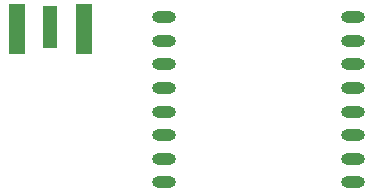
<source format=gbr>
%TF.GenerationSoftware,KiCad,Pcbnew,5.0.2-bee76a0~70~ubuntu18.04.1*%
%TF.CreationDate,2021-01-16T21:03:51-05:00*%
%TF.ProjectId,dippy,64697070-792e-46b6-9963-61645f706362,rev?*%
%TF.SameCoordinates,Original*%
%TF.FileFunction,Paste,Top*%
%TF.FilePolarity,Positive*%
%FSLAX46Y46*%
G04 Gerber Fmt 4.6, Leading zero omitted, Abs format (unit mm)*
G04 Created by KiCad (PCBNEW 5.0.2-bee76a0~70~ubuntu18.04.1) date Sat 16 Jan 2021 09:03:51 PM EST*
%MOMM*%
%LPD*%
G01*
G04 APERTURE LIST*
%ADD10O,2.000000X1.000000*%
%ADD11R,1.270000X3.600000*%
%ADD12R,1.350000X4.200000*%
G04 APERTURE END LIST*
D10*
%TO.C,U2*%
X-111026000Y-13575000D03*
X-111026000Y-11575000D03*
X-111026000Y-9575000D03*
X-111026000Y-7575000D03*
X-111026000Y-5575000D03*
X-111026000Y-3575000D03*
X-111026000Y-1575000D03*
X-111026000Y425000D03*
X-95026000Y425000D03*
X-95026000Y-1575000D03*
X-95026000Y-3575000D03*
X-95026000Y-5575000D03*
X-95026000Y-7575000D03*
X-95026000Y-9575000D03*
X-95026000Y-11575000D03*
X-95026000Y-13575000D03*
%TD*%
D11*
%TO.C,J4*%
X-120680000Y-421000D03*
D12*
X-123505000Y-621000D03*
X-117855000Y-621000D03*
%TD*%
M02*

</source>
